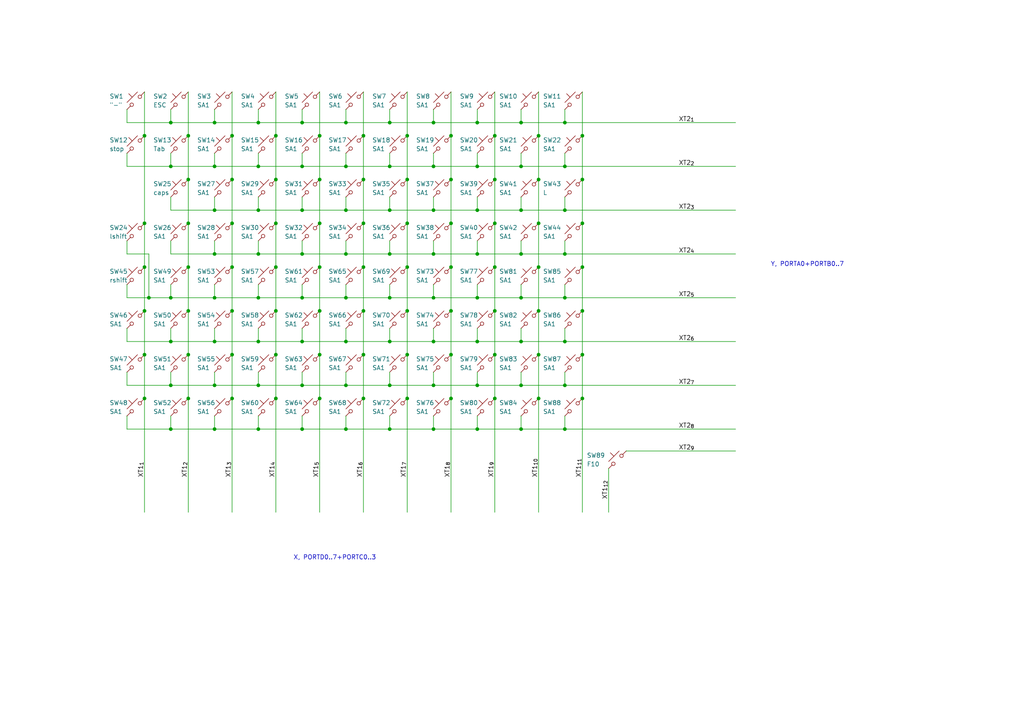
<source format=kicad_sch>
(kicad_sch (version 20230121) (generator eeschema)
  (paper "A4")
  (lib_symbols
    (symbol "Switch:SW_Push_45deg" (pin_numbers hide) (pin_names (offset 1.016) hide)
      (property "Reference" "SW" (at 3.048 1.016 0))
      (property "Value" "SW_Push_45deg" (at 0 -3.81 0))
      (symbol "SW_Push_45deg_0_1"
        (circle (center -1.1684 1.1684) (radius 0.508))
        (polyline (pts (xy -0.508 2.54) (xy 2.54 -0.508)))
        (polyline (pts (xy 1.016 1.016) (xy 2.032 2.032)))
        (polyline (pts (xy -2.54 2.54) (xy -1.524 1.524) (xy -1.524 1.524)))
        (polyline (pts (xy 1.524 -1.524) (xy 2.54 -2.54) (xy 2.54 -2.54) (xy 2.54 -2.54)))
        (circle (center 1.143 -1.1938) (radius 0.508))
        (pin passive line (at -2.54 2.54 0) (length 0) (name "1") (number "1"))
        (pin passive line (at 2.54 -2.54 180) (length 0) (name "2") (number "2"))
      )
    )
  )
  (junction (at 67.31 102.87))
  (junction (at 138.43 48.26))
  (junction (at 62.23 60.96))
  (junction (at 80.01 52.07))
  (junction (at 80.01 77.47))
  (junction (at 87.63 48.26))
  (junction (at 74.93 48.26))
  (junction (at 100.33 35.56))
  (junction (at 74.93 73.66))
  (junction (at 49.53 99.06))
  (junction (at 138.43 35.56))
  (junction (at 49.53 35.56))
  (junction (at 80.01 115.57))
  (junction (at 67.31 77.47))
  (junction (at 62.23 99.06))
  (junction (at 151.13 60.96))
  (junction (at 74.93 124.46))
  (junction (at 92.71 115.57))
  (junction (at 49.53 111.76))
  (junction (at 67.31 52.07))
  (junction (at 54.61 77.47))
  (junction (at 143.51 64.77))
  (junction (at 143.51 77.47))
  (junction (at 156.21 115.57))
  (junction (at 125.73 111.76))
  (junction (at 80.01 64.77))
  (junction (at 168.91 77.47))
  (junction (at 130.81 90.17))
  (junction (at 125.73 124.46))
  (junction (at 100.33 48.26))
  (junction (at 130.81 77.47))
  (junction (at 168.91 39.37))
  (junction (at 105.41 39.37))
  (junction (at 62.23 111.76))
  (junction (at 67.31 115.57))
  (junction (at 113.03 99.06))
  (junction (at 87.63 111.76))
  (junction (at 143.51 90.17))
  (junction (at 118.11 39.37))
  (junction (at 113.03 35.56))
  (junction (at 156.21 52.07))
  (junction (at 156.21 77.47))
  (junction (at 113.03 124.46))
  (junction (at 125.73 86.36))
  (junction (at 87.63 60.96))
  (junction (at 41.91 39.37))
  (junction (at 87.63 73.66))
  (junction (at 138.43 111.76))
  (junction (at 49.53 86.36))
  (junction (at 80.01 39.37))
  (junction (at 143.51 102.87))
  (junction (at 74.93 99.06))
  (junction (at 92.71 52.07))
  (junction (at 163.83 124.46))
  (junction (at 100.33 111.76))
  (junction (at 92.71 39.37))
  (junction (at 113.03 73.66))
  (junction (at 163.83 99.06))
  (junction (at 138.43 60.96))
  (junction (at 130.81 39.37))
  (junction (at 62.23 124.46))
  (junction (at 113.03 48.26))
  (junction (at 125.73 73.66))
  (junction (at 54.61 64.77))
  (junction (at 163.83 48.26))
  (junction (at 156.21 102.87))
  (junction (at 105.41 52.07))
  (junction (at 100.33 86.36))
  (junction (at 151.13 73.66))
  (junction (at 118.11 102.87))
  (junction (at 105.41 64.77))
  (junction (at 163.83 111.76))
  (junction (at 163.83 35.56))
  (junction (at 168.91 52.07))
  (junction (at 125.73 35.56))
  (junction (at 80.01 90.17))
  (junction (at 92.71 77.47))
  (junction (at 143.51 39.37))
  (junction (at 41.91 90.17))
  (junction (at 67.31 39.37))
  (junction (at 168.91 90.17))
  (junction (at 105.41 102.87))
  (junction (at 138.43 73.66))
  (junction (at 74.93 35.56))
  (junction (at 125.73 60.96))
  (junction (at 125.73 48.26))
  (junction (at 151.13 124.46))
  (junction (at 74.93 60.96))
  (junction (at 118.11 52.07))
  (junction (at 143.51 52.07))
  (junction (at 92.71 90.17))
  (junction (at 80.01 102.87))
  (junction (at 163.83 60.96))
  (junction (at 41.91 115.57))
  (junction (at 130.81 102.87))
  (junction (at 100.33 73.66))
  (junction (at 151.13 86.36))
  (junction (at 54.61 39.37))
  (junction (at 41.91 64.77))
  (junction (at 54.61 102.87))
  (junction (at 105.41 115.57))
  (junction (at 67.31 64.77))
  (junction (at 92.71 64.77))
  (junction (at 138.43 99.06))
  (junction (at 62.23 35.56))
  (junction (at 138.43 86.36))
  (junction (at 74.93 111.76))
  (junction (at 54.61 115.57))
  (junction (at 113.03 86.36))
  (junction (at 41.91 77.47))
  (junction (at 87.63 99.06))
  (junction (at 156.21 90.17))
  (junction (at 118.11 64.77))
  (junction (at 62.23 48.26))
  (junction (at 49.53 124.46))
  (junction (at 118.11 90.17))
  (junction (at 62.23 73.66))
  (junction (at 113.03 60.96))
  (junction (at 151.13 35.56))
  (junction (at 125.73 99.06))
  (junction (at 62.23 86.36))
  (junction (at 143.51 115.57))
  (junction (at 100.33 60.96))
  (junction (at 156.21 64.77))
  (junction (at 168.91 102.87))
  (junction (at 138.43 124.46))
  (junction (at 100.33 124.46))
  (junction (at 168.91 64.77))
  (junction (at 49.53 48.26))
  (junction (at 118.11 77.47))
  (junction (at 105.41 90.17))
  (junction (at 163.83 73.66))
  (junction (at 168.91 115.57))
  (junction (at 54.61 52.07))
  (junction (at 105.41 77.47))
  (junction (at 130.81 115.57))
  (junction (at 87.63 35.56))
  (junction (at 130.81 52.07))
  (junction (at 156.21 39.37))
  (junction (at 163.83 86.36))
  (junction (at 41.91 102.87))
  (junction (at 118.11 115.57))
  (junction (at 87.63 86.36))
  (junction (at 151.13 48.26))
  (junction (at 130.81 64.77))
  (junction (at 113.03 111.76))
  (junction (at 54.61 90.17))
  (junction (at 67.31 90.17))
  (junction (at 87.63 124.46))
  (junction (at 151.13 111.76))
  (junction (at 74.93 86.36))
  (junction (at 43.18 86.36))
  (junction (at 100.33 99.06))
  (junction (at 151.13 99.06))
  (junction (at 92.71 102.87))
  (wire (pts (xy 118.11 26.67) (xy 118.11 39.37)))
  (wire (pts (xy 151.13 82.55) (xy 151.13 86.36)))
  (wire (pts (xy 74.93 57.15) (xy 74.93 60.96)))
  (wire (pts (xy 130.81 77.47) (xy 130.81 90.17)))
  (wire (pts (xy 87.63 60.96) (xy 100.33 60.96)))
  (wire (pts (xy 62.23 31.75) (xy 62.23 35.56)))
  (wire (pts (xy 113.03 44.45) (xy 113.03 48.26)))
  (wire (pts (xy 163.83 107.95) (xy 163.83 111.76)))
  (wire (pts (xy 118.11 77.47) (xy 118.11 90.17)))
  (wire (pts (xy 105.41 39.37) (xy 105.41 52.07)))
  (wire (pts (xy 163.83 82.55) (xy 163.83 86.36)))
  (wire (pts (xy 36.83 86.36) (xy 43.18 86.36)))
  (wire (pts (xy 54.61 102.87) (xy 54.61 115.57)))
  (wire (pts (xy 143.51 115.57) (xy 143.51 148.59)))
  (wire (pts (xy 156.21 90.17) (xy 156.21 102.87)))
  (wire (pts (xy 156.21 77.47) (xy 156.21 90.17)))
  (wire (pts (xy 62.23 48.26) (xy 74.93 48.26)))
  (wire (pts (xy 80.01 115.57) (xy 80.01 148.59)))
  (wire (pts (xy 49.53 107.95) (xy 49.53 111.76)))
  (wire (pts (xy 125.73 31.75) (xy 125.73 35.56)))
  (wire (pts (xy 118.11 102.87) (xy 118.11 115.57)))
  (wire (pts (xy 87.63 69.85) (xy 87.63 73.66)))
  (wire (pts (xy 168.91 115.57) (xy 168.91 148.59)))
  (wire (pts (xy 151.13 124.46) (xy 163.83 124.46)))
  (wire (pts (xy 74.93 111.76) (xy 87.63 111.76)))
  (wire (pts (xy 41.91 90.17) (xy 41.91 102.87)))
  (wire (pts (xy 125.73 99.06) (xy 138.43 99.06)))
  (wire (pts (xy 100.33 44.45) (xy 100.33 48.26)))
  (wire (pts (xy 62.23 124.46) (xy 74.93 124.46)))
  (wire (pts (xy 168.91 90.17) (xy 168.91 102.87)))
  (wire (pts (xy 74.93 99.06) (xy 87.63 99.06)))
  (wire (pts (xy 49.53 86.36) (xy 62.23 86.36)))
  (wire (pts (xy 43.18 73.66) (xy 43.18 86.36)))
  (wire (pts (xy 74.93 82.55) (xy 74.93 86.36)))
  (wire (pts (xy 125.73 82.55) (xy 125.73 86.36)))
  (wire (pts (xy 163.83 60.96) (xy 213.36 60.96)))
  (wire (pts (xy 163.83 57.15) (xy 163.83 60.96)))
  (wire (pts (xy 130.81 102.87) (xy 130.81 115.57)))
  (wire (pts (xy 113.03 73.66) (xy 125.73 73.66)))
  (wire (pts (xy 67.31 39.37) (xy 67.31 52.07)))
  (wire (pts (xy 113.03 48.26) (xy 125.73 48.26)))
  (wire (pts (xy 125.73 44.45) (xy 125.73 48.26)))
  (wire (pts (xy 113.03 95.25) (xy 113.03 99.06)))
  (wire (pts (xy 176.53 135.89) (xy 176.53 148.59)))
  (wire (pts (xy 151.13 73.66) (xy 163.83 73.66)))
  (wire (pts (xy 125.73 107.95) (xy 125.73 111.76)))
  (wire (pts (xy 92.71 39.37) (xy 92.71 52.07)))
  (wire (pts (xy 125.73 60.96) (xy 138.43 60.96)))
  (wire (pts (xy 163.83 111.76) (xy 213.36 111.76)))
  (wire (pts (xy 130.81 64.77) (xy 130.81 77.47)))
  (wire (pts (xy 36.83 124.46) (xy 49.53 124.46)))
  (wire (pts (xy 181.61 130.81) (xy 213.36 130.81)))
  (wire (pts (xy 80.01 52.07) (xy 80.01 64.77)))
  (wire (pts (xy 105.41 26.67) (xy 105.41 39.37)))
  (wire (pts (xy 125.73 111.76) (xy 138.43 111.76)))
  (wire (pts (xy 41.91 77.47) (xy 41.91 90.17)))
  (wire (pts (xy 168.91 52.07) (xy 168.91 64.77)))
  (wire (pts (xy 100.33 86.36) (xy 113.03 86.36)))
  (wire (pts (xy 100.33 60.96) (xy 113.03 60.96)))
  (wire (pts (xy 87.63 124.46) (xy 100.33 124.46)))
  (wire (pts (xy 62.23 57.15) (xy 62.23 60.96)))
  (wire (pts (xy 100.33 99.06) (xy 113.03 99.06)))
  (wire (pts (xy 49.53 124.46) (xy 62.23 124.46)))
  (wire (pts (xy 87.63 73.66) (xy 100.33 73.66)))
  (wire (pts (xy 67.31 90.17) (xy 67.31 102.87)))
  (wire (pts (xy 54.61 52.07) (xy 54.61 64.77)))
  (wire (pts (xy 74.93 124.46) (xy 87.63 124.46)))
  (wire (pts (xy 138.43 99.06) (xy 151.13 99.06)))
  (wire (pts (xy 49.53 35.56) (xy 62.23 35.56)))
  (wire (pts (xy 62.23 73.66) (xy 74.93 73.66)))
  (wire (pts (xy 87.63 111.76) (xy 100.33 111.76)))
  (wire (pts (xy 49.53 69.85) (xy 49.53 73.66)))
  (wire (pts (xy 168.91 102.87) (xy 168.91 115.57)))
  (wire (pts (xy 36.83 82.55) (xy 36.83 86.36)))
  (wire (pts (xy 36.83 44.45) (xy 36.83 48.26)))
  (wire (pts (xy 49.53 57.15) (xy 49.53 60.96)))
  (wire (pts (xy 92.71 115.57) (xy 92.71 148.59)))
  (wire (pts (xy 138.43 124.46) (xy 151.13 124.46)))
  (wire (pts (xy 156.21 102.87) (xy 156.21 115.57)))
  (wire (pts (xy 36.83 107.95) (xy 36.83 111.76)))
  (wire (pts (xy 80.01 39.37) (xy 80.01 52.07)))
  (wire (pts (xy 151.13 111.76) (xy 163.83 111.76)))
  (wire (pts (xy 74.93 35.56) (xy 87.63 35.56)))
  (wire (pts (xy 138.43 69.85) (xy 138.43 73.66)))
  (wire (pts (xy 87.63 107.95) (xy 87.63 111.76)))
  (wire (pts (xy 87.63 44.45) (xy 87.63 48.26)))
  (wire (pts (xy 151.13 120.65) (xy 151.13 124.46)))
  (wire (pts (xy 151.13 99.06) (xy 163.83 99.06)))
  (wire (pts (xy 100.33 48.26) (xy 113.03 48.26)))
  (wire (pts (xy 67.31 64.77) (xy 67.31 77.47)))
  (wire (pts (xy 87.63 31.75) (xy 87.63 35.56)))
  (wire (pts (xy 74.93 31.75) (xy 74.93 35.56)))
  (wire (pts (xy 80.01 90.17) (xy 80.01 102.87)))
  (wire (pts (xy 138.43 48.26) (xy 151.13 48.26)))
  (wire (pts (xy 151.13 107.95) (xy 151.13 111.76)))
  (wire (pts (xy 67.31 52.07) (xy 67.31 64.77)))
  (wire (pts (xy 105.41 90.17) (xy 105.41 102.87)))
  (wire (pts (xy 80.01 64.77) (xy 80.01 77.47)))
  (wire (pts (xy 92.71 90.17) (xy 92.71 102.87)))
  (wire (pts (xy 113.03 107.95) (xy 113.03 111.76)))
  (wire (pts (xy 156.21 115.57) (xy 156.21 148.59)))
  (wire (pts (xy 163.83 73.66) (xy 213.36 73.66)))
  (wire (pts (xy 156.21 64.77) (xy 156.21 77.47)))
  (wire (pts (xy 62.23 86.36) (xy 74.93 86.36)))
  (wire (pts (xy 163.83 31.75) (xy 163.83 35.56)))
  (wire (pts (xy 113.03 86.36) (xy 125.73 86.36)))
  (wire (pts (xy 36.83 48.26) (xy 49.53 48.26)))
  (wire (pts (xy 130.81 52.07) (xy 130.81 64.77)))
  (wire (pts (xy 168.91 39.37) (xy 168.91 52.07)))
  (wire (pts (xy 87.63 99.06) (xy 100.33 99.06)))
  (wire (pts (xy 138.43 95.25) (xy 138.43 99.06)))
  (wire (pts (xy 143.51 64.77) (xy 143.51 77.47)))
  (wire (pts (xy 54.61 39.37) (xy 54.61 52.07)))
  (wire (pts (xy 113.03 120.65) (xy 113.03 124.46)))
  (wire (pts (xy 125.73 35.56) (xy 138.43 35.56)))
  (wire (pts (xy 105.41 77.47) (xy 105.41 90.17)))
  (wire (pts (xy 151.13 95.25) (xy 151.13 99.06)))
  (wire (pts (xy 41.91 26.67) (xy 41.91 39.37)))
  (wire (pts (xy 118.11 115.57) (xy 118.11 148.59)))
  (wire (pts (xy 74.93 44.45) (xy 74.93 48.26)))
  (wire (pts (xy 100.33 124.46) (xy 113.03 124.46)))
  (wire (pts (xy 49.53 82.55) (xy 49.53 86.36)))
  (wire (pts (xy 62.23 60.96) (xy 74.93 60.96)))
  (wire (pts (xy 49.53 73.66) (xy 62.23 73.66)))
  (wire (pts (xy 163.83 44.45) (xy 163.83 48.26)))
  (wire (pts (xy 74.93 60.96) (xy 87.63 60.96)))
  (wire (pts (xy 163.83 95.25) (xy 163.83 99.06)))
  (wire (pts (xy 151.13 48.26) (xy 163.83 48.26)))
  (wire (pts (xy 118.11 52.07) (xy 118.11 64.77)))
  (wire (pts (xy 138.43 86.36) (xy 151.13 86.36)))
  (wire (pts (xy 138.43 31.75) (xy 138.43 35.56)))
  (wire (pts (xy 163.83 48.26) (xy 213.36 48.26)))
  (wire (pts (xy 118.11 64.77) (xy 118.11 77.47)))
  (wire (pts (xy 74.93 120.65) (xy 74.93 124.46)))
  (wire (pts (xy 143.51 39.37) (xy 143.51 52.07)))
  (wire (pts (xy 74.93 48.26) (xy 87.63 48.26)))
  (wire (pts (xy 125.73 95.25) (xy 125.73 99.06)))
  (wire (pts (xy 87.63 48.26) (xy 100.33 48.26)))
  (wire (pts (xy 87.63 35.56) (xy 100.33 35.56)))
  (wire (pts (xy 163.83 69.85) (xy 163.83 73.66)))
  (wire (pts (xy 113.03 99.06) (xy 125.73 99.06)))
  (wire (pts (xy 74.93 86.36) (xy 87.63 86.36)))
  (wire (pts (xy 87.63 120.65) (xy 87.63 124.46)))
  (wire (pts (xy 125.73 120.65) (xy 125.73 124.46)))
  (wire (pts (xy 36.83 99.06) (xy 49.53 99.06)))
  (wire (pts (xy 168.91 64.77) (xy 168.91 77.47)))
  (wire (pts (xy 130.81 90.17) (xy 130.81 102.87)))
  (wire (pts (xy 125.73 124.46) (xy 138.43 124.46)))
  (wire (pts (xy 143.51 26.67) (xy 143.51 39.37)))
  (wire (pts (xy 87.63 82.55) (xy 87.63 86.36)))
  (wire (pts (xy 62.23 99.06) (xy 74.93 99.06)))
  (wire (pts (xy 62.23 69.85) (xy 62.23 73.66)))
  (wire (pts (xy 143.51 90.17) (xy 143.51 102.87)))
  (wire (pts (xy 100.33 69.85) (xy 100.33 73.66)))
  (wire (pts (xy 143.51 77.47) (xy 143.51 90.17)))
  (wire (pts (xy 92.71 77.47) (xy 92.71 90.17)))
  (wire (pts (xy 113.03 31.75) (xy 113.03 35.56)))
  (wire (pts (xy 92.71 102.87) (xy 92.71 115.57)))
  (wire (pts (xy 113.03 82.55) (xy 113.03 86.36)))
  (wire (pts (xy 80.01 102.87) (xy 80.01 115.57)))
  (wire (pts (xy 100.33 107.95) (xy 100.33 111.76)))
  (wire (pts (xy 105.41 52.07) (xy 105.41 64.77)))
  (wire (pts (xy 125.73 48.26) (xy 138.43 48.26)))
  (wire (pts (xy 168.91 77.47) (xy 168.91 90.17)))
  (wire (pts (xy 163.83 99.06) (xy 213.36 99.06)))
  (wire (pts (xy 36.83 111.76) (xy 49.53 111.76)))
  (wire (pts (xy 54.61 26.67) (xy 54.61 39.37)))
  (wire (pts (xy 92.71 64.77) (xy 92.71 77.47)))
  (wire (pts (xy 67.31 115.57) (xy 67.31 148.59)))
  (wire (pts (xy 54.61 77.47) (xy 54.61 90.17)))
  (wire (pts (xy 74.93 69.85) (xy 74.93 73.66)))
  (wire (pts (xy 105.41 115.57) (xy 105.41 148.59)))
  (wire (pts (xy 156.21 39.37) (xy 156.21 52.07)))
  (wire (pts (xy 100.33 35.56) (xy 113.03 35.56)))
  (wire (pts (xy 49.53 120.65) (xy 49.53 124.46)))
  (wire (pts (xy 92.71 52.07) (xy 92.71 64.77)))
  (wire (pts (xy 49.53 48.26) (xy 62.23 48.26)))
  (wire (pts (xy 130.81 26.67) (xy 130.81 39.37)))
  (wire (pts (xy 151.13 60.96) (xy 163.83 60.96)))
  (wire (pts (xy 62.23 111.76) (xy 74.93 111.76)))
  (wire (pts (xy 36.83 35.56) (xy 49.53 35.56)))
  (wire (pts (xy 113.03 57.15) (xy 113.03 60.96)))
  (wire (pts (xy 49.53 44.45) (xy 49.53 48.26)))
  (wire (pts (xy 113.03 35.56) (xy 125.73 35.56)))
  (wire (pts (xy 113.03 124.46) (xy 125.73 124.46)))
  (wire (pts (xy 41.91 64.77) (xy 41.91 77.47)))
  (wire (pts (xy 163.83 124.46) (xy 213.36 124.46)))
  (wire (pts (xy 87.63 95.25) (xy 87.63 99.06)))
  (wire (pts (xy 49.53 60.96) (xy 62.23 60.96)))
  (wire (pts (xy 143.51 52.07) (xy 143.51 64.77)))
  (wire (pts (xy 80.01 26.67) (xy 80.01 39.37)))
  (wire (pts (xy 62.23 95.25) (xy 62.23 99.06)))
  (wire (pts (xy 125.73 69.85) (xy 125.73 73.66)))
  (wire (pts (xy 74.93 107.95) (xy 74.93 111.76)))
  (wire (pts (xy 92.71 26.67) (xy 92.71 39.37)))
  (wire (pts (xy 100.33 120.65) (xy 100.33 124.46)))
  (wire (pts (xy 113.03 111.76) (xy 125.73 111.76)))
  (wire (pts (xy 36.83 69.85) (xy 36.83 73.66)))
  (wire (pts (xy 130.81 39.37) (xy 130.81 52.07)))
  (wire (pts (xy 138.43 57.15) (xy 138.43 60.96)))
  (wire (pts (xy 41.91 102.87) (xy 41.91 115.57)))
  (wire (pts (xy 138.43 35.56) (xy 151.13 35.56)))
  (wire (pts (xy 62.23 44.45) (xy 62.23 48.26)))
  (wire (pts (xy 67.31 77.47) (xy 67.31 90.17)))
  (wire (pts (xy 41.91 115.57) (xy 41.91 148.59)))
  (wire (pts (xy 125.73 73.66) (xy 138.43 73.66)))
  (wire (pts (xy 67.31 102.87) (xy 67.31 115.57)))
  (wire (pts (xy 151.13 35.56) (xy 163.83 35.56)))
  (wire (pts (xy 113.03 60.96) (xy 125.73 60.96)))
  (wire (pts (xy 151.13 31.75) (xy 151.13 35.56)))
  (wire (pts (xy 67.31 26.67) (xy 67.31 39.37)))
  (wire (pts (xy 100.33 31.75) (xy 100.33 35.56)))
  (wire (pts (xy 62.23 82.55) (xy 62.23 86.36)))
  (wire (pts (xy 100.33 57.15) (xy 100.33 60.96)))
  (wire (pts (xy 138.43 73.66) (xy 151.13 73.66)))
  (wire (pts (xy 43.18 86.36) (xy 49.53 86.36)))
  (wire (pts (xy 100.33 111.76) (xy 113.03 111.76)))
  (wire (pts (xy 49.53 95.25) (xy 49.53 99.06)))
  (wire (pts (xy 41.91 39.37) (xy 41.91 64.77)))
  (wire (pts (xy 105.41 102.87) (xy 105.41 115.57)))
  (wire (pts (xy 54.61 90.17) (xy 54.61 102.87)))
  (wire (pts (xy 54.61 115.57) (xy 54.61 148.59)))
  (wire (pts (xy 100.33 95.25) (xy 100.33 99.06)))
  (wire (pts (xy 100.33 73.66) (xy 113.03 73.66)))
  (wire (pts (xy 62.23 120.65) (xy 62.23 124.46)))
  (wire (pts (xy 36.83 31.75) (xy 36.83 35.56)))
  (wire (pts (xy 151.13 57.15) (xy 151.13 60.96)))
  (wire (pts (xy 156.21 52.07) (xy 156.21 64.77)))
  (wire (pts (xy 118.11 90.17) (xy 118.11 102.87)))
  (wire (pts (xy 36.83 120.65) (xy 36.83 124.46)))
  (wire (pts (xy 74.93 73.66) (xy 87.63 73.66)))
  (wire (pts (xy 138.43 120.65) (xy 138.43 124.46)))
  (wire (pts (xy 49.53 111.76) (xy 62.23 111.76)))
  (wire (pts (xy 151.13 44.45) (xy 151.13 48.26)))
  (wire (pts (xy 151.13 86.36) (xy 163.83 86.36)))
  (wire (pts (xy 163.83 120.65) (xy 163.83 124.46)))
  (wire (pts (xy 138.43 107.95) (xy 138.43 111.76)))
  (wire (pts (xy 138.43 60.96) (xy 151.13 60.96)))
  (wire (pts (xy 143.51 102.87) (xy 143.51 115.57)))
  (wire (pts (xy 118.11 39.37) (xy 118.11 52.07)))
  (wire (pts (xy 49.53 31.75) (xy 49.53 35.56)))
  (wire (pts (xy 62.23 35.56) (xy 74.93 35.56)))
  (wire (pts (xy 105.41 64.77) (xy 105.41 77.47)))
  (wire (pts (xy 163.83 35.56) (xy 213.36 35.56)))
  (wire (pts (xy 163.83 86.36) (xy 213.36 86.36)))
  (wire (pts (xy 138.43 111.76) (xy 151.13 111.76)))
  (wire (pts (xy 151.13 69.85) (xy 151.13 73.66)))
  (wire (pts (xy 130.81 115.57) (xy 130.81 148.59)))
  (wire (pts (xy 138.43 82.55) (xy 138.43 86.36)))
  (wire (pts (xy 74.93 95.25) (xy 74.93 99.06)))
  (wire (pts (xy 87.63 57.15) (xy 87.63 60.96)))
  (wire (pts (xy 125.73 57.15) (xy 125.73 60.96)))
  (wire (pts (xy 80.01 77.47) (xy 80.01 90.17)))
  (wire (pts (xy 138.43 44.45) (xy 138.43 48.26)))
  (wire (pts (xy 36.83 73.66) (xy 43.18 73.66)))
  (wire (pts (xy 125.73 86.36) (xy 138.43 86.36)))
  (wire (pts (xy 36.83 95.25) (xy 36.83 99.06)))
  (wire (pts (xy 54.61 64.77) (xy 54.61 77.47)))
  (wire (pts (xy 100.33 82.55) (xy 100.33 86.36)))
  (wire (pts (xy 113.03 69.85) (xy 113.03 73.66)))
  (wire (pts (xy 62.23 107.95) (xy 62.23 111.76)))
  (wire (pts (xy 168.91 26.67) (xy 168.91 39.37)))
  (wire (pts (xy 156.21 26.67) (xy 156.21 39.37)))
  (wire (pts (xy 87.63 86.36) (xy 100.33 86.36)))
  (wire (pts (xy 49.53 99.06) (xy 62.23 99.06)))
  (text "X, PORTD0..7+PORTC0..3" (at 85.09 162.56 0) (effects (font (size 1.27 1.27)) (justify left bottom)))
  (text "Y, PORTA0+PORTB0..7" (at 223.52 77.47 0) (effects (font (size 1.27 1.27)) (justify left bottom)))
  (label "XT2_{1}" (at 196.85 35.56 0))
  (label "XT2_{2}" (at 196.85 48.26 0))
  (label "XT2_{8}" (at 196.85 124.46 0))
  (label "XT1_{10}" (at 156.21 138.43 90))
  (label "XT1_{6}" (at 105.41 138.43 90))
  (label "XT2_{9}" (at 196.85 130.81 0))
  (label "XT2_{7}" (at 196.85 111.76 0))
  (label "XT1_{4}" (at 80.01 138.43 90))
  (label "XT1_{9}" (at 143.51 138.43 90))
  (label "XT2_{4}" (at 196.85 73.66 0))
  (label "XT2_{6}" (at 196.85 99.06 0))
  (label "XT2_{5}" (at 196.85 86.36 0))
  (label "XT1_{12}" (at 176.53 144.78 90))
  (label "XT1_{11}" (at 168.91 138.43 90))
  (label "XT2_{3}" (at 196.85 60.96 0))
  (label "XT1_{1}" (at 41.91 138.43 90))
  (label "XT1_{8}" (at 130.81 138.43 90))
  (label "XT1_{5}" (at 92.71 138.43 90))
  (label "XT1_{3}" (at 67.31 138.43 90))
  (label "XT1_{7}" (at 118.11 138.43 90))
  (label "XT1_{2}" (at 54.61 138.43 90))
  (symbol (lib_id "Switch:SW_Push_45deg") (at 64.77 92.71 90) (unit 1)
    (property "Reference" "SW54" (at 57.15 91.44 90) (effects (justify right)))
    (property "Value" "SA1" (at 57.15 93.98 90) (effects (justify right)))
    (property "Footprint" "Button_Switch_Keyboard:SW_Cherry_MX_1.00u_Plate" (effects hide))
  )
  (symbol (lib_id "Switch:SW_Push_45deg") (at 39.37 80.01 90) (unit 1)
    (property "Reference" "SW45" (at 31.75 78.74 90) (effects (justify right)))
    (property "Value" "rshift" (at 31.75 81.28 90) (effects (justify right)))
    (property "Footprint" "Button_Switch_Keyboard:SW_Cherry_MX_1.00u_Plate" (effects hide))
  )
  (symbol (lib_id "Switch:SW_Push_45deg") (at 128.27 80.01 90) (unit 1)
    (property "Reference" "SW73" (at 120.65 78.74 90) (effects (justify right)))
    (property "Value" "SA1" (at 120.65 81.28 90) (effects (justify right)))
    (property "Footprint" "Button_Switch_Keyboard:SW_Cherry_MX_1.00u_Plate" (effects hide))
  )
  (symbol (lib_id "Switch:SW_Push_45deg") (at 39.37 29.21 90) (unit 1)
    (property "Reference" "SW1" (at 31.75 27.94 90) (effects (justify right)))
    (property "Value" "\"-\"" (at 31.75 30.48 90) (effects (justify right)))
    (property "Footprint" "Button_Switch_Keyboard:SW_Cherry_MX_1.00u_Plate" (effects hide))
  )
  (symbol (lib_id "Switch:SW_Push_45deg") (at 128.27 118.11 90) (unit 1)
    (property "Reference" "SW76" (at 120.65 116.84 90) (effects (justify right)))
    (property "Value" "SA1" (at 120.65 119.38 90) (effects (justify right)))
    (property "Footprint" "Button_Switch_Keyboard:SW_Cherry_MX_1.00u_Plate" (effects hide))
  )
  (symbol (lib_id "Switch:SW_Push_45deg") (at 90.17 118.11 90) (unit 1)
    (property "Reference" "SW64" (at 82.55 116.84 90) (effects (justify right)))
    (property "Value" "SA1" (at 82.55 119.38 90) (effects (justify right)))
    (property "Footprint" "Button_Switch_Keyboard:SW_Cherry_MX_1.00u_Plate" (effects hide))
  )
  (symbol (lib_id "Switch:SW_Push_45deg") (at 166.37 41.91 90) (unit 1)
    (property "Reference" "SW22" (at 157.48 40.64 90) (effects (justify right)))
    (property "Value" "SA1" (at 157.48 43.18 90) (effects (justify right)))
    (property "Footprint" "Button_Switch_Keyboard:SW_Cherry_MX_1.00u_Plate" (effects hide))
  )
  (symbol (lib_id "Switch:SW_Push_45deg") (at 128.27 92.71 90) (unit 1)
    (property "Reference" "SW74" (at 120.65 91.44 90) (effects (justify right)))
    (property "Value" "SA1" (at 120.65 93.98 90) (effects (justify right)))
    (property "Footprint" "Button_Switch_Keyboard:SW_Cherry_MX_1.00u_Plate" (effects hide))
  )
  (symbol (lib_id "Switch:SW_Push_45deg") (at 166.37 118.11 90) (unit 1)
    (property "Reference" "SW88" (at 157.48 116.84 90) (effects (justify right)))
    (property "Value" "SA1" (at 157.48 119.38 90) (effects (justify right)))
    (property "Footprint" "Button_Switch_Keyboard:SW_Cherry_MX_1.00u_Plate" (effects hide))
  )
  (symbol (lib_id "Switch:SW_Push_45deg") (at 102.87 41.91 90) (unit 1)
    (property "Reference" "SW17" (at 95.25 40.64 90) (effects (justify right)))
    (property "Value" "SA1" (at 95.25 43.18 90) (effects (justify right)))
    (property "Footprint" "Button_Switch_Keyboard:SW_Cherry_MX_1.00u_Plate" (effects hide))
  )
  (symbol (lib_id "Switch:SW_Push_45deg") (at 153.67 41.91 90) (unit 1)
    (property "Reference" "SW21" (at 144.78 40.64 90) (effects (justify right)))
    (property "Value" "SA1" (at 144.78 43.18 90) (effects (justify right)))
    (property "Footprint" "Button_Switch_Keyboard:SW_Cherry_MX_1.00u_Plate" (effects hide))
  )
  (symbol (lib_id "Switch:SW_Push_45deg") (at 102.87 80.01 90) (unit 1)
    (property "Reference" "SW65" (at 95.25 78.74 90) (effects (justify right)))
    (property "Value" "SA1" (at 95.25 81.28 90) (effects (justify right)))
    (property "Footprint" "Button_Switch_Keyboard:SW_Cherry_MX_1.00u_Plate" (effects hide))
  )
  (symbol (lib_id "Switch:SW_Push_45deg") (at 90.17 41.91 90) (unit 1)
    (property "Reference" "SW16" (at 82.55 40.64 90) (effects (justify right)))
    (property "Value" "SA1" (at 82.55 43.18 90) (effects (justify right)))
    (property "Footprint" "Button_Switch_Keyboard:SW_Cherry_MX_1.00u_Plate" (effects hide))
  )
  (symbol (lib_id "Switch:SW_Push_45deg") (at 52.07 41.91 90) (unit 1)
    (property "Reference" "SW13" (at 44.45 40.64 90) (effects (justify right)))
    (property "Value" "Tab" (at 44.45 43.18 90) (effects (justify right)))
    (property "Footprint" "Button_Switch_Keyboard:SW_Cherry_MX_1.00u_Plate" (effects hide))
  )
  (symbol (lib_id "Switch:SW_Push_45deg") (at 115.57 29.21 90) (unit 1)
    (property "Reference" "SW7" (at 107.95 27.94 90) (effects (justify right)))
    (property "Value" "SA1" (at 107.95 30.48 90) (effects (justify right)))
    (property "Footprint" "Button_Switch_Keyboard:SW_Cherry_MX_1.00u_Plate" (effects hide))
  )
  (symbol (lib_id "Switch:SW_Push_45deg") (at 128.27 105.41 90) (unit 1)
    (property "Reference" "SW75" (at 120.65 104.14 90) (effects (justify right)))
    (property "Value" "SA1" (at 120.65 106.68 90) (effects (justify right)))
    (property "Footprint" "Button_Switch_Keyboard:SW_Cherry_MX_1.00u_Plate" (effects hide))
  )
  (symbol (lib_id "Switch:SW_Push_45deg") (at 77.47 118.11 90) (unit 1)
    (property "Reference" "SW60" (at 69.85 116.84 90) (effects (justify right)))
    (property "Value" "SA1" (at 69.85 119.38 90) (effects (justify right)))
    (property "Footprint" "Button_Switch_Keyboard:SW_Cherry_MX_1.00u_Plate" (effects hide))
  )
  (symbol (lib_id "Switch:SW_Push_45deg") (at 39.37 118.11 90) (unit 1)
    (property "Reference" "SW48" (at 31.75 116.84 90) (effects (justify right)))
    (property "Value" "SA1" (at 31.75 119.38 90) (effects (justify right)))
    (property "Footprint" "Button_Switch_Keyboard:SW_Cherry_MX_1.00u_Plate" (effects hide))
  )
  (symbol (lib_id "Switch:SW_Push_45deg") (at 64.77 118.11 90) (unit 1)
    (property "Reference" "SW56" (at 57.15 116.84 90) (effects (justify right)))
    (property "Value" "SA1" (at 57.15 119.38 90) (effects (justify right)))
    (property "Footprint" "Button_Switch_Keyboard:SW_Cherry_MX_1.00u_Plate" (effects hide))
  )
  (symbol (lib_id "Switch:SW_Push_45deg") (at 77.47 41.91 90) (unit 1)
    (property "Reference" "SW15" (at 69.85 40.64 90) (effects (justify right)))
    (property "Value" "SA1" (at 69.85 43.18 90) (effects (justify right)))
    (property "Footprint" "Button_Switch_Keyboard:SW_Cherry_MX_1.00u_Plate" (effects hide))
  )
  (symbol (lib_id "Switch:SW_Push_45deg") (at 102.87 118.11 90) (unit 1)
    (property "Reference" "SW68" (at 95.25 116.84 90) (effects (justify right)))
    (property "Value" "SA1" (at 95.25 119.38 90) (effects (justify right)))
    (property "Footprint" "Button_Switch_Keyboard:SW_Cherry_MX_1.00u_Plate" (effects hide))
  )
  (symbol (lib_id "Switch:SW_Push_45deg") (at 52.07 118.11 90) (unit 1)
    (property "Reference" "SW52" (at 44.45 116.84 90) (effects (justify right)))
    (property "Value" "SA1" (at 44.45 119.38 90) (effects (justify right)))
    (property "Footprint" "Button_Switch_Keyboard:SW_Cherry_MX_1.00u_Plate" (effects hide))
  )
  (symbol (lib_id "Switch:SW_Push_45deg") (at 115.57 67.31 90) (unit 1)
    (property "Reference" "SW36" (at 107.95 66.04 90) (effects (justify right)))
    (property "Value" "SA1" (at 107.95 68.58 90) (effects (justify right)))
    (property "Footprint" "Button_Switch_Keyboard:SW_Cherry_MX_1.00u_Plate" (effects hide))
  )
  (symbol (lib_id "Switch:SW_Push_45deg") (at 102.87 29.21 90) (unit 1)
    (property "Reference" "SW6" (at 95.25 27.94 90) (effects (justify right)))
    (property "Value" "SA1" (at 95.25 30.48 90) (effects (justify right)))
    (property "Footprint" "Button_Switch_Keyboard:SW_Cherry_MX_1.00u_Plate" (effects hide))
  )
  (symbol (lib_id "Switch:SW_Push_45deg") (at 115.57 41.91 90) (unit 1)
    (property "Reference" "SW18" (at 107.95 40.64 90) (effects (justify right)))
    (property "Value" "SA1" (at 107.95 43.18 90) (effects (justify right)))
    (property "Footprint" "Button_Switch_Keyboard:SW_Cherry_MX_1.00u_Plate" (effects hide))
  )
  (symbol (lib_id "Switch:SW_Push_45deg") (at 90.17 92.71 90) (unit 1)
    (property "Reference" "SW62" (at 82.55 91.44 90) (effects (justify right)))
    (property "Value" "SA1" (at 82.55 93.98 90) (effects (justify right)))
    (property "Footprint" "Button_Switch_Keyboard:SW_Cherry_MX_1.00u_Plate" (effects hide))
  )
  (symbol (lib_id "Switch:SW_Push_45deg") (at 52.07 80.01 90) (unit 1)
    (property "Reference" "SW49" (at 44.45 78.74 90) (effects (justify right)))
    (property "Value" "SA1" (at 44.45 81.28 90) (effects (justify right)))
    (property "Footprint" "Button_Switch_Keyboard:SW_Cherry_MX_1.00u_Plate" (effects hide))
  )
  (symbol (lib_id "Switch:SW_Push_45deg") (at 102.87 54.61 90) (unit 1)
    (property "Reference" "SW33" (at 95.25 53.34 90) (effects (justify right)))
    (property "Value" "SA1" (at 95.25 55.88 90) (effects (justify right)))
    (property "Footprint" "Button_Switch_Keyboard:SW_Cherry_MX_1.00u_Plate" (effects hide))
  )
  (symbol (lib_id "Switch:SW_Push_45deg") (at 128.27 54.61 90) (unit 1)
    (property "Reference" "SW37" (at 120.65 53.34 90) (effects (justify right)))
    (property "Value" "SA1" (at 120.65 55.88 90) (effects (justify right)))
    (property "Footprint" "Button_Switch_Keyboard:SW_Cherry_MX_1.00u_Plate" (effects hide))
  )
  (symbol (lib_id "Switch:SW_Push_45deg") (at 140.97 54.61 90) (unit 1)
    (property "Reference" "SW39" (at 133.35 53.34 90) (effects (justify right)))
    (property "Value" "SA1" (at 133.35 55.88 90) (effects (justify right)))
    (property "Footprint" "Button_Switch_Keyboard:SW_Cherry_MX_1.00u_Plate" (effects hide))
  )
  (symbol (lib_id "Switch:SW_Push_45deg") (at 64.77 80.01 90) (unit 1)
    (property "Reference" "SW53" (at 57.15 78.74 90) (effects (justify right)))
    (property "Value" "SA1" (at 57.15 81.28 90) (effects (justify right)))
    (property "Footprint" "Button_Switch_Keyboard:SW_Cherry_MX_1.00u_Plate" (effects hide))
  )
  (symbol (lib_id "Switch:SW_Push_45deg") (at 140.97 29.21 90) (unit 1)
    (property "Reference" "SW9" (at 133.35 27.94 90) (effects (justify right)))
    (property "Value" "SA1" (at 133.35 30.48 90) (effects (justify right)))
    (property "Footprint" "Button_Switch_Keyboard:SW_Cherry_MX_1.00u_Plate" (effects hide))
  )
  (symbol (lib_id "Switch:SW_Push_45deg") (at 153.67 80.01 90) (unit 1)
    (property "Reference" "SW81" (at 144.78 78.74 90) (effects (justify right)))
    (property "Value" "SA1" (at 144.78 81.28 90) (effects (justify right)))
    (property "Footprint" "Button_Switch_Keyboard:SW_Cherry_MX_1.00u_Plate" (effects hide))
  )
  (symbol (lib_id "Switch:SW_Push_45deg") (at 140.97 118.11 90) (unit 1)
    (property "Reference" "SW80" (at 133.35 116.84 90) (effects (justify right)))
    (property "Value" "SA1" (at 133.35 119.38 90) (effects (justify right)))
    (property "Footprint" "Button_Switch_Keyboard:SW_Cherry_MX_1.00u_Plate" (effects hide))
  )
  (symbol (lib_id "Switch:SW_Push_45deg") (at 166.37 29.21 90) (unit 1)
    (property "Reference" "SW11" (at 157.48 27.94 90) (effects (justify right)))
    (property "Value" "SA1" (at 157.48 30.48 90) (effects (justify right)))
    (property "Footprint" "Button_Switch_Keyboard:SW_Cherry_MX_1.00u_Plate" (effects hide))
  )
  (symbol (lib_id "Switch:SW_Push_45deg") (at 153.67 118.11 90) (unit 1)
    (property "Reference" "SW84" (at 144.78 116.84 90) (effects (justify right)))
    (property "Value" "SA1" (at 144.78 119.38 90) (effects (justify right)))
    (property "Footprint" "Button_Switch_Keyboard:SW_Cherry_MX_1.00u_Plate" (effects hide))
  )
  (symbol (lib_id "Switch:SW_Push_45deg") (at 77.47 67.31 90) (unit 1)
    (property "Reference" "SW30" (at 69.85 66.04 90) (effects (justify right)))
    (property "Value" "SA1" (at 69.85 68.58 90) (effects (justify right)))
    (property "Footprint" "Button_Switch_Keyboard:SW_Cherry_MX_1.00u_Plate" (effects hide))
  )
  (symbol (lib_id "Switch:SW_Push_45deg") (at 140.97 105.41 90) (unit 1)
    (property "Reference" "SW79" (at 133.35 104.14 90) (effects (justify right)))
    (property "Value" "SA1" (at 133.35 106.68 90) (effects (justify right)))
    (property "Footprint" "Button_Switch_Keyboard:SW_Cherry_MX_1.00u_Plate" (effects hide))
  )
  (symbol (lib_id "Switch:SW_Push_45deg") (at 115.57 92.71 90) (unit 1)
    (property "Reference" "SW70" (at 107.95 91.44 90) (effects (justify right)))
    (property "Value" "SA1" (at 107.95 93.98 90) (effects (justify right)))
    (property "Footprint" "Button_Switch_Keyboard:SW_Cherry_MX_1.00u_Plate" (effects hide))
  )
  (symbol (lib_id "Switch:SW_Push_45deg") (at 153.67 92.71 90) (unit 1)
    (property "Reference" "SW82" (at 144.78 91.44 90) (effects (justify right)))
    (property "Value" "SA1" (at 144.78 93.98 90) (effects (justify right)))
    (property "Footprint" "Button_Switch_Keyboard:SW_Cherry_MX_1.00u_Plate" (effects hide))
  )
  (symbol (lib_id "Switch:SW_Push_45deg") (at 115.57 105.41 90) (unit 1)
    (property "Reference" "SW71" (at 107.95 104.14 90) (effects (justify right)))
    (property "Value" "SA1" (at 107.95 106.68 90) (effects (justify right)))
    (property "Footprint" "Button_Switch_Keyboard:SW_Cherry_MX_1.00u_Plate" (effects hide))
  )
  (symbol (lib_id "Switch:SW_Push_45deg") (at 115.57 80.01 90) (unit 1)
    (property "Reference" "SW69" (at 107.95 78.74 90) (effects (justify right)))
    (property "Value" "SA1" (at 107.95 81.28 90) (effects (justify right)))
    (property "Footprint" "Button_Switch_Keyboard:SW_Cherry_MX_1.00u_Plate" (effects hide))
  )
  (symbol (lib_id "Switch:SW_Push_45deg") (at 140.97 80.01 90) (unit 1)
    (property "Reference" "SW77" (at 133.35 78.74 90) (effects (justify right)))
    (property "Value" "SA1" (at 133.35 81.28 90) (effects (justify right)))
    (property "Footprint" "Button_Switch_Keyboard:SW_Cherry_MX_1.00u_Plate" (effects hide))
  )
  (symbol (lib_id "Switch:SW_Push_45deg") (at 90.17 105.41 90) (unit 1)
    (property "Reference" "SW63" (at 82.55 104.14 90) (effects (justify right)))
    (property "Value" "SA1" (at 82.55 106.68 90) (effects (justify right)))
    (property "Footprint" "Button_Switch_Keyboard:SW_Cherry_MX_1.00u_Plate" (effects hide))
  )
  (symbol (lib_id "Switch:SW_Push_45deg") (at 140.97 67.31 90) (unit 1)
    (property "Reference" "SW40" (at 133.35 66.04 90) (effects (justify right)))
    (property "Value" "SA1" (at 133.35 68.58 90) (effects (justify right)))
    (property "Footprint" "Button_Switch_Keyboard:SW_Cherry_MX_1.00u_Plate" (effects hide))
  )
  (symbol (lib_id "Switch:SW_Push_45deg") (at 179.07 133.35 90) (unit 1)
    (property "Reference" "SW89" (at 170.18 132.08 90) (effects (justify right)))
    (property "Value" "F10" (at 170.18 134.62 90) (effects (justify right)))
    (property "Footprint" "Button_Switch_Keyboard:SW_Cherry_MX_1.00u_Plate" (effects hide))
  )
  (symbol (lib_id "Switch:SW_Push_45deg") (at 64.77 41.91 90) (unit 1)
    (property "Reference" "SW14" (at 57.15 40.64 90) (effects (justify right)))
    (property "Value" "SA1" (at 57.15 43.18 90) (effects (justify right)))
    (property "Footprint" "Button_Switch_Keyboard:SW_Cherry_MX_1.00u_Plate" (effects hide))
  )
  (symbol (lib_id "Switch:SW_Push_45deg") (at 52.07 54.61 90) (unit 1)
    (property "Reference" "SW25" (at 44.45 53.34 90) (effects (justify right)))
    (property "Value" "caps" (at 44.45 55.88 90) (effects (justify right)))
    (property "Footprint" "Button_Switch_Keyboard:SW_Cherry_MX_1.00u_Plate" (effects hide))
  )
  (symbol (lib_id "Switch:SW_Push_45deg") (at 153.67 29.21 90) (unit 1)
    (property "Reference" "SW10" (at 144.78 27.94 90) (effects (justify right)))
    (property "Value" "SA1" (at 144.78 30.48 90) (effects (justify right)))
    (property "Footprint" "Button_Switch_Keyboard:SW_Cherry_MX_1.00u_Plate" (effects hide))
  )
  (symbol (lib_id "Switch:SW_Push_45deg") (at 64.77 54.61 90) (unit 1)
    (property "Reference" "SW27" (at 57.15 53.34 90) (effects (justify right)))
    (property "Value" "SA1" (at 57.15 55.88 90) (effects (justify right)))
    (property "Footprint" "Button_Switch_Keyboard:SW_Cherry_MX_1.00u_Plate" (effects hide))
  )
  (symbol (lib_id "Switch:SW_Push_45deg") (at 39.37 41.91 90) (unit 1)
    (property "Reference" "SW12" (at 31.75 40.64 90) (effects (justify right)))
    (property "Value" "stop" (at 31.75 43.18 90) (effects (justify right)))
    (property "Footprint" "Button_Switch_Keyboard:SW_Cherry_MX_1.00u_Plate" (effects hide))
  )
  (symbol (lib_id "Switch:SW_Push_45deg") (at 166.37 67.31 90) (unit 1)
    (property "Reference" "SW44" (at 157.48 66.04 90) (effects (justify right)))
    (property "Value" "SA1" (at 157.48 68.58 90) (effects (justify right)))
    (property "Footprint" "Button_Switch_Keyboard:SW_Cherry_MX_1.00u_Plate" (effects hide))
  )
  (symbol (lib_id "Switch:SW_Push_45deg") (at 128.27 41.91 90) (unit 1)
    (property "Reference" "SW19" (at 120.65 40.64 90) (effects (justify right)))
    (property "Value" "SA1" (at 120.65 43.18 90) (effects (justify right)))
    (property "Footprint" "Button_Switch_Keyboard:SW_Cherry_MX_1.00u_Plate" (effects hide))
  )
  (symbol (lib_id "Switch:SW_Push_45deg") (at 166.37 105.41 90) (unit 1)
    (property "Reference" "SW87" (at 157.48 104.14 90) (effects (justify right)))
    (property "Value" "SA1" (at 157.48 106.68 90) (effects (justify right)))
    (property "Footprint" "Button_Switch_Keyboard:SW_Cherry_MX_1.00u_Plate" (effects hide))
  )
  (symbol (lib_id "Switch:SW_Push_45deg") (at 77.47 29.21 90) (unit 1)
    (property "Reference" "SW4" (at 69.85 27.94 90) (effects (justify right)))
    (property "Value" "SA1" (at 69.85 30.48 90) (effects (justify right)))
    (property "Footprint" "Button_Switch_Keyboard:SW_Cherry_MX_1.00u_Plate" (effects hide))
  )
  (symbol (lib_id "Switch:SW_Push_45deg") (at 153.67 54.61 90) (unit 1)
    (property "Reference" "SW41" (at 144.78 53.34 90) (effects (justify right)))
    (property "Value" "SA1" (at 144.78 55.88 90) (effects (justify right)))
    (property "Footprint" "Button_Switch_Keyboard:SW_Cherry_MX_1.00u_Plate" (effects hide))
  )
  (symbol (lib_id "Switch:SW_Push_45deg") (at 102.87 105.41 90) (unit 1)
    (property "Reference" "SW67" (at 95.25 104.14 90) (effects (justify right)))
    (property "Value" "SA1" (at 95.25 106.68 90) (effects (justify right)))
    (property "Footprint" "Button_Switch_Keyboard:SW_Cherry_MX_1.00u_Plate" (effects hide))
  )
  (symbol (lib_id "Switch:SW_Push_45deg") (at 52.07 105.41 90) (unit 1)
    (property "Reference" "SW51" (at 44.45 104.14 90) (effects (justify right)))
    (property "Value" "SA1" (at 44.45 106.68 90) (effects (justify right)))
    (property "Footprint" "Button_Switch_Keyboard:SW_Cherry_MX_1.00u_Plate" (effects hide))
  )
  (symbol (lib_id "Switch:SW_Push_45deg") (at 153.67 105.41 90) (unit 1)
    (property "Reference" "SW83" (at 144.78 104.14 90) (effects (justify right)))
    (property "Value" "SA1" (at 144.78 106.68 90) (effects (justify right)))
    (property "Footprint" "Button_Switch_Keyboard:SW_Cherry_MX_1.00u_Plate" (effects hide))
  )
  (symbol (lib_id "Switch:SW_Push_45deg") (at 90.17 29.21 90) (unit 1)
    (property "Reference" "SW5" (at 82.55 27.94 90) (effects (justify right)))
    (property "Value" "SA1" (at 82.55 30.48 90) (effects (justify right)))
    (property "Footprint" "Button_Switch_Keyboard:SW_Cherry_MX_1.00u_Plate" (effects hide))
  )
  (symbol (lib_id "Switch:SW_Push_45deg") (at 52.07 67.31 90) (unit 1)
    (property "Reference" "SW26" (at 44.45 66.04 90) (effects (justify right)))
    (property "Value" "SA1" (at 44.45 68.58 90) (effects (justify right)))
    (property "Footprint" "Button_Switch_Keyboard:SW_Cherry_MX_1.00u_Plate" (effects hide))
  )
  (symbol (lib_id "Switch:SW_Push_45deg") (at 166.37 54.61 90) (unit 1)
    (property "Reference" "SW43" (at 157.48 53.34 90) (effects (justify right)))
    (property "Value" "L" (at 157.48 55.88 90) (effects (justify right)))
    (property "Footprint" "Button_Switch_Keyboard:SW_Cherry_MX_1.00u_Plate" (effects hide))
  )
  (symbol (lib_id "Switch:SW_Push_45deg") (at 140.97 92.71 90) (unit 1)
    (property "Reference" "SW78" (at 133.35 91.44 90) (effects (justify right)))
    (property "Value" "SA1" (at 133.35 93.98 90) (effects (justify right)))
    (property "Footprint" "Button_Switch_Keyboard:SW_Cherry_MX_1.00u_Plate" (effects hide))
  )
  (symbol (lib_id "Switch:SW_Push_45deg") (at 39.37 67.31 90) (unit 1)
    (property "Reference" "SW24" (at 31.75 66.04 90) (effects (justify right)))
    (property "Value" "lshift" (at 31.75 68.58 90) (effects (justify right)))
    (property "Footprint" "Button_Switch_Keyboard:SW_Cherry_MX_1.00u_Plate" (effects hide))
  )
  (symbol (lib_id "Switch:SW_Push_45deg") (at 77.47 80.01 90) (unit 1)
    (property "Reference" "SW57" (at 69.85 78.74 90) (effects (justify right)))
    (property "Value" "SA1" (at 69.85 81.28 90) (effects (justify right)))
    (property "Footprint" "Button_Switch_Keyboard:SW_Cherry_MX_1.00u_Plate" (effects hide))
  )
  (symbol (lib_id "Switch:SW_Push_45deg") (at 90.17 67.31 90) (unit 1)
    (property "Reference" "SW32" (at 82.55 66.04 90) (effects (justify right)))
    (property "Value" "SA1" (at 82.55 68.58 90) (effects (justify right)))
    (property "Footprint" "Button_Switch_Keyboard:SW_Cherry_MX_1.00u_Plate" (effects hide))
  )
  (symbol (lib_id "Switch:SW_Push_45deg") (at 128.27 29.21 90) (unit 1)
    (property "Reference" "SW8" (at 120.65 27.94 90) (effects (justify right)))
    (property "Value" "SA1" (at 120.65 30.48 90) (effects (justify right)))
    (property "Footprint" "Button_Switch_Keyboard:SW_Cherry_MX_1.00u_Plate" (effects hide))
  )
  (symbol (lib_id "Switch:SW_Push_45deg") (at 52.07 92.71 90) (unit 1)
    (property "Reference" "SW50" (at 44.45 91.44 90) (effects (justify right)))
    (property "Value" "SA1" (at 44.45 93.98 90) (effects (justify right)))
    (property "Footprint" "Button_Switch_Keyboard:SW_Cherry_MX_1.00u_Plate" (effects hide))
  )
  (symbol (lib_id "Switch:SW_Push_45deg") (at 77.47 105.41 90) (unit 1)
    (property "Reference" "SW59" (at 69.85 104.14 90) (effects (justify right)))
    (property "Value" "SA1" (at 69.85 106.68 90) (effects (justify right)))
    (property "Footprint" "Button_Switch_Keyboard:SW_Cherry_MX_1.00u_Plate" (effects hide))
  )
  (symbol (lib_id "Switch:SW_Push_45deg") (at 166.37 92.71 90) (unit 1)
    (property "Reference" "SW86" (at 157.48 91.44 90) (effects (justify right)))
    (property "Value" "SA1" (at 157.48 93.98 90) (effects (justify right)))
    (property "Footprint" "Button_Switch_Keyboard:SW_Cherry_MX_1.00u_Plate" (effects hide))
  )
  (symbol (lib_id "Switch:SW_Push_45deg") (at 77.47 54.61 90) (unit 1)
    (property "Reference" "SW29" (at 69.85 53.34 90) (effects (justify right)))
    (property "Value" "SA1" (at 69.85 55.88 90) (effects (justify right)))
    (property "Footprint" "Button_Switch_Keyboard:SW_Cherry_MX_1.00u_Plate" (effects hide))
  )
  (symbol (lib_id "Switch:SW_Push_45deg") (at 153.67 67.31 90) (unit 1)
    (property "Reference" "SW42" (at 144.78 66.04 90) (effects (justify right)))
    (property "Value" "SA1" (at 144.78 68.58 90) (effects (justify right)))
    (property "Footprint" "Button_Switch_Keyboard:SW_Cherry_MX_1.00u_Plate" (effects hide))
  )
  (symbol (lib_id "Switch:SW_Push_45deg") (at 90.17 80.01 90) (unit 1)
    (property "Reference" "SW61" (at 82.55 78.74 90) (effects (justify right)))
    (property "Value" "SA1" (at 82.55 81.28 90) (effects (justify right)))
    (property "Footprint" "Button_Switch_Keyboard:SW_Cherry_MX_1.00u_Plate" (effects hide))
  )
  (symbol (lib_id "Switch:SW_Push_45deg") (at 102.87 67.31 90) (unit 1)
    (property "Reference" "SW34" (at 95.25 66.04 90) (effects (justify right)))
    (property "Value" "SA1" (at 95.25 68.58 90) (effects (justify right)))
    (property "Footprint" "Button_Switch_Keyboard:SW_Cherry_MX_1.00u_Plate" (effects hide))
  )
  (symbol (lib_id "Switch:SW_Push_45deg") (at 115.57 54.61 90) (unit 1)
    (property "Reference" "SW35" (at 107.95 53.34 90) (effects (justify right)))
    (property "Value" "SA1" (at 107.95 55.88 90) (effects (justify right)))
    (property "Footprint" "Button_Switch_Keyboard:SW_Cherry_MX_1.00u_Plate" (effects hide))
  )
  (symbol (lib_id "Switch:SW_Push_45deg") (at 140.97 41.91 90) (unit 1)
    (property "Reference" "SW20" (at 133.35 40.64 90) (effects (justify right)))
    (property "Value" "SA1" (at 133.35 43.18 90) (effects (justify right)))
    (property "Footprint" "Button_Switch_Keyboard:SW_Cherry_MX_1.00u_Plate" (effects hide))
  )
  (symbol (lib_id "Switch:SW_Push_45deg") (at 39.37 105.41 90) (unit 1)
    (property "Reference" "SW47" (at 31.75 104.14 90) (effects (justify right)))
    (property "Value" "SA1" (at 31.75 106.68 90) (effects (justify right)))
    (property "Footprint" "Button_Switch_Keyboard:SW_Cherry_MX_1.00u_Plate" (effects hide))
  )
  (symbol (lib_id "Switch:SW_Push_45deg") (at 64.77 105.41 90) (unit 1)
    (property "Reference" "SW55" (at 57.15 104.14 90) (effects (justify right)))
    (property "Value" "SA1" (at 57.15 106.68 90) (effects (justify right)))
    (property "Footprint" "Button_Switch_Keyboard:SW_Cherry_MX_1.00u_Plate" (effects hide))
  )
  (symbol (lib_id "Switch:SW_Push_45deg") (at 64.77 67.31 90) (unit 1)
    (property "Reference" "SW28" (at 57.15 66.04 90) (effects (justify right)))
    (property "Value" "SA1" (at 57.15 68.58 90) (effects (justify right)))
    (property "Footprint" "Button_Switch_Keyboard:SW_Cherry_MX_1.00u_Plate" (effects hide))
  )
  (symbol (lib_id "Switch:SW_Push_45deg") (at 166.37 80.01 90) (unit 1)
    (property "Reference" "SW85" (at 157.48 78.74 90) (effects (justify right)))
    (property "Value" "SA1" (at 157.48 81.28 90) (effects (justify right)))
    (property "Footprint" "Button_Switch_Keyboard:SW_Cherry_MX_1.00u_Plate" (effects hide))
  )
  (symbol (lib_id "Switch:SW_Push_45deg") (at 90.17 54.61 90) (unit 1)
    (property "Reference" "SW31" (at 82.55 53.34 90) (effects (justify right)))
    (property "Value" "SA1" (at 82.55 55.88 90) (effects (justify right)))
    (property "Footprint" "Button_Switch_Keyboard:SW_Cherry_MX_1.00u_Plate" (effects hide))
  )
  (symbol (lib_id "Switch:SW_Push_45deg") (at 52.07 29.21 90) (unit 1)
    (property "Reference" "SW2" (at 44.45 27.94 90) (effects (justify right)))
    (property "Value" "ESC" (at 44.45 30.48 90) (effects (justify right)))
    (property "Footprint" "Button_Switch_Keyboard:SW_Cherry_MX_1.00u_Plate" (effects hide))
  )
  (symbol (lib_id "Switch:SW_Push_45deg") (at 77.47 92.71 90) (unit 1)
    (property "Reference" "SW58" (at 69.85 91.44 90) (effects (justify right)))
    (property "Value" "SA1" (at 69.85 93.98 90) (effects (justify right)))
    (property "Footprint" "Button_Switch_Keyboard:SW_Cherry_MX_1.00u_Plate" (effects hide))
  )
  (symbol (lib_id "Switch:SW_Push_45deg") (at 128.27 67.31 90) (unit 1)
    (property "Reference" "SW38" (at 120.65 66.04 90) (effects (justify right)))
    (property "Value" "SA1" (at 120.65 68.58 90) (effects (justify right)))
    (property "Footprint" "Button_Switch_Keyboard:SW_Cherry_MX_1.00u_Plate" (effects hide))
  )
  (symbol (lib_id "Switch:SW_Push_45deg") (at 102.87 92.71 90) (unit 1)
    (property "Reference" "SW66" (at 95.25 91.44 90) (effects (justify right)))
    (property "Value" "SA1" (at 95.25 93.98 90) (effects (justify right)))
    (property "Footprint" "Button_Switch_Keyboard:SW_Cherry_MX_1.00u_Plate" (effects hide))
  )
  (symbol (lib_id "Switch:SW_Push_45deg") (at 39.37 92.71 90) (unit 1)
    (property "Reference" "SW46" (at 31.75 91.44 90) (effects (justify right)))
    (property "Value" "SA1" (at 31.75 93.98 90) (effects (justify right)))
    (property "Footprint" "Button_Switch_Keyboard:SW_Cherry_MX_1.00u_Plate" (effects hide))
  )
  (symbol (lib_id "Switch:SW_Push_45deg") (at 64.77 29.21 90) (unit 1)
    (property "Reference" "SW3" (at 57.15 27.94 90) (effects (justify right)))
    (property "Value" "SA1" (at 57.15 30.48 90) (effects (justify right)))
    (property "Footprint" "Button_Switch_Keyboard:SW_Cherry_MX_1.00u_Plate" (effects hide))
  )
  (symbol (lib_id "Switch:SW_Push_45deg") (at 115.57 118.11 90) (unit 1)
    (property "Reference" "SW72" (at 107.95 116.84 90) (effects (justify right)))
    (property "Value" "SA1" (at 107.95 119.38 90) (effects (justify right)))
    (property "Footprint" "Button_Switch_Keyboard:SW_Cherry_MX_1.00u_Plate" (effects hide))
  )
)
</source>
